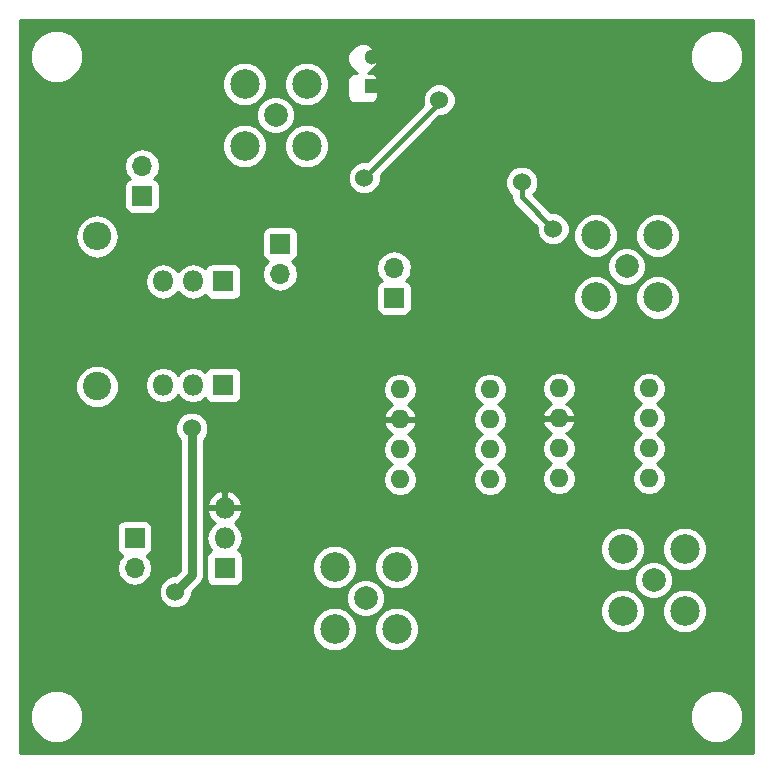
<source format=gbr>
G04 #@! TF.FileFunction,Copper,L2,Bot,Signal*
%FSLAX46Y46*%
G04 Gerber Fmt 4.6, Leading zero omitted, Abs format (unit mm)*
G04 Created by KiCad (PCBNEW 4.0.6) date Thursday, June 15, 2017 'PMt' 05:18:36 PM*
%MOMM*%
%LPD*%
G01*
G04 APERTURE LIST*
%ADD10C,0.100000*%
%ADD11R,1.300000X1.300000*%
%ADD12C,1.300000*%
%ADD13R,1.700000X1.700000*%
%ADD14O,1.700000X1.700000*%
%ADD15R,1.800000X1.800000*%
%ADD16O,1.800000X1.800000*%
%ADD17C,2.400000*%
%ADD18O,2.400000X2.400000*%
%ADD19O,1.600000X1.600000*%
%ADD20C,1.998980*%
%ADD21C,2.500000*%
%ADD22C,1.524000*%
%ADD23C,0.381000*%
%ADD24C,0.762000*%
%ADD25C,0.457200*%
%ADD26C,0.254000*%
G04 APERTURE END LIST*
D10*
D11*
X144780000Y-57150000D03*
D12*
X144780000Y-54650000D03*
D13*
X125349000Y-66421000D03*
D14*
X125349000Y-63881000D03*
D13*
X124714000Y-95377000D03*
D14*
X124714000Y-97917000D03*
D13*
X137033000Y-70485000D03*
D14*
X137033000Y-73025000D03*
D13*
X146685000Y-75057000D03*
D14*
X146685000Y-72517000D03*
D15*
X132207000Y-82423000D03*
D16*
X129667000Y-82423000D03*
X127127000Y-82423000D03*
D15*
X132207000Y-73660000D03*
D16*
X129667000Y-73660000D03*
X127127000Y-73660000D03*
D17*
X121539000Y-82550000D03*
D18*
X121539000Y-69850000D03*
D15*
X132334000Y-97917000D03*
D16*
X132334000Y-95377000D03*
X132334000Y-92837000D03*
D19*
X168260038Y-82721340D03*
X168260038Y-85261340D03*
X168260038Y-87801340D03*
X168260038Y-90341340D03*
X160640038Y-90341340D03*
X160640038Y-87801340D03*
X160640038Y-85261340D03*
X160640038Y-82721340D03*
X154813000Y-82804000D03*
X154813000Y-85344000D03*
X154813000Y-87884000D03*
X154813000Y-90424000D03*
X147193000Y-90424000D03*
X147193000Y-87884000D03*
X147193000Y-85344000D03*
X147193000Y-82804000D03*
D20*
X144272000Y-100457000D03*
D21*
X146897000Y-97832000D03*
X146897000Y-103082000D03*
X141647000Y-97832000D03*
X141647000Y-103082000D03*
D20*
X166370000Y-72390000D03*
D21*
X168995000Y-69765000D03*
X168995000Y-75015000D03*
X163745000Y-69765000D03*
X163745000Y-75015000D03*
D20*
X168656000Y-98933000D03*
D21*
X166031000Y-101558000D03*
X166031000Y-96308000D03*
X171281000Y-101558000D03*
X171281000Y-96308000D03*
D20*
X136652000Y-59563000D03*
D21*
X139277000Y-56938000D03*
X139277000Y-62188000D03*
X134027000Y-56938000D03*
X134027000Y-62188000D03*
D22*
X150495000Y-58293000D03*
X144145000Y-64897000D03*
X129540000Y-86106000D03*
X128143000Y-99949000D03*
X162243745Y-92265186D03*
X160020000Y-73787000D03*
X144018000Y-62738000D03*
X156337000Y-97790000D03*
X157861000Y-86487000D03*
X143764000Y-86487000D03*
X136779000Y-93345000D03*
X160147000Y-69215000D03*
X157480000Y-65278000D03*
D23*
X144145000Y-64897000D02*
X150495000Y-58547000D01*
X150495000Y-58547000D02*
X150495000Y-58293000D01*
D24*
X128143000Y-99949000D02*
X129540000Y-98552000D01*
X129540000Y-98552000D02*
X129540000Y-86106000D01*
D25*
X143637000Y-86487000D02*
X143764000Y-86487000D01*
X160147000Y-69215000D02*
X157480000Y-66548000D01*
X157480000Y-66548000D02*
X157480000Y-65278000D01*
D26*
G36*
X177090000Y-113590000D02*
X115010000Y-113590000D01*
X115010000Y-110932619D01*
X115874613Y-110932619D01*
X116214155Y-111754372D01*
X116842321Y-112383636D01*
X117663481Y-112724611D01*
X118552619Y-112725387D01*
X119374372Y-112385845D01*
X120003636Y-111757679D01*
X120344611Y-110936519D01*
X120344614Y-110932619D01*
X171754613Y-110932619D01*
X172094155Y-111754372D01*
X172722321Y-112383636D01*
X173543481Y-112724611D01*
X174432619Y-112725387D01*
X175254372Y-112385845D01*
X175883636Y-111757679D01*
X176224611Y-110936519D01*
X176225387Y-110047381D01*
X175885845Y-109225628D01*
X175257679Y-108596364D01*
X174436519Y-108255389D01*
X173547381Y-108254613D01*
X172725628Y-108594155D01*
X172096364Y-109222321D01*
X171755389Y-110043481D01*
X171754613Y-110932619D01*
X120344614Y-110932619D01*
X120345387Y-110047381D01*
X120005845Y-109225628D01*
X119377679Y-108596364D01*
X118556519Y-108255389D01*
X117667381Y-108254613D01*
X116845628Y-108594155D01*
X116216364Y-109222321D01*
X115875389Y-110043481D01*
X115874613Y-110932619D01*
X115010000Y-110932619D01*
X115010000Y-103455305D01*
X139761674Y-103455305D01*
X140048043Y-104148372D01*
X140577839Y-104679093D01*
X141270405Y-104966672D01*
X142020305Y-104967326D01*
X142713372Y-104680957D01*
X143244093Y-104151161D01*
X143531672Y-103458595D01*
X143531674Y-103455305D01*
X145011674Y-103455305D01*
X145298043Y-104148372D01*
X145827839Y-104679093D01*
X146520405Y-104966672D01*
X147270305Y-104967326D01*
X147963372Y-104680957D01*
X148494093Y-104151161D01*
X148781672Y-103458595D01*
X148782326Y-102708695D01*
X148495957Y-102015628D01*
X148411781Y-101931305D01*
X164145674Y-101931305D01*
X164432043Y-102624372D01*
X164961839Y-103155093D01*
X165654405Y-103442672D01*
X166404305Y-103443326D01*
X167097372Y-103156957D01*
X167628093Y-102627161D01*
X167915672Y-101934595D01*
X167915674Y-101931305D01*
X169395674Y-101931305D01*
X169682043Y-102624372D01*
X170211839Y-103155093D01*
X170904405Y-103442672D01*
X171654305Y-103443326D01*
X172347372Y-103156957D01*
X172878093Y-102627161D01*
X173165672Y-101934595D01*
X173166326Y-101184695D01*
X172879957Y-100491628D01*
X172350161Y-99960907D01*
X171657595Y-99673328D01*
X170907695Y-99672674D01*
X170214628Y-99959043D01*
X169683907Y-100488839D01*
X169396328Y-101181405D01*
X169395674Y-101931305D01*
X167915674Y-101931305D01*
X167916326Y-101184695D01*
X167629957Y-100491628D01*
X167100161Y-99960907D01*
X166407595Y-99673328D01*
X165657695Y-99672674D01*
X164964628Y-99959043D01*
X164433907Y-100488839D01*
X164146328Y-101181405D01*
X164145674Y-101931305D01*
X148411781Y-101931305D01*
X147966161Y-101484907D01*
X147273595Y-101197328D01*
X146523695Y-101196674D01*
X145830628Y-101483043D01*
X145299907Y-102012839D01*
X145012328Y-102705405D01*
X145011674Y-103455305D01*
X143531674Y-103455305D01*
X143532326Y-102708695D01*
X143245957Y-102015628D01*
X142716161Y-101484907D01*
X142023595Y-101197328D01*
X141273695Y-101196674D01*
X140580628Y-101483043D01*
X140049907Y-102012839D01*
X139762328Y-102705405D01*
X139761674Y-103455305D01*
X115010000Y-103455305D01*
X115010000Y-100225661D01*
X126745758Y-100225661D01*
X126957990Y-100739303D01*
X127350630Y-101132629D01*
X127863900Y-101345757D01*
X128419661Y-101346242D01*
X128933303Y-101134010D01*
X129287236Y-100780694D01*
X142637226Y-100780694D01*
X142885538Y-101381655D01*
X143344927Y-101841846D01*
X143945453Y-102091206D01*
X144595694Y-102091774D01*
X145196655Y-101843462D01*
X145656846Y-101384073D01*
X145906206Y-100783547D01*
X145906774Y-100133306D01*
X145658462Y-99532345D01*
X145199073Y-99072154D01*
X144598547Y-98822794D01*
X143948306Y-98822226D01*
X143347345Y-99070538D01*
X142887154Y-99529927D01*
X142637794Y-100130453D01*
X142637226Y-100780694D01*
X129287236Y-100780694D01*
X129326629Y-100741370D01*
X129539757Y-100228100D01*
X129539966Y-99988875D01*
X130258420Y-99270421D01*
X130405581Y-99050179D01*
X130478662Y-98940806D01*
X130556000Y-98552000D01*
X130556000Y-97017000D01*
X130786560Y-97017000D01*
X130786560Y-98817000D01*
X130830838Y-99052317D01*
X130969910Y-99268441D01*
X131182110Y-99413431D01*
X131434000Y-99464440D01*
X133234000Y-99464440D01*
X133469317Y-99420162D01*
X133685441Y-99281090D01*
X133830431Y-99068890D01*
X133881440Y-98817000D01*
X133881440Y-98205305D01*
X139761674Y-98205305D01*
X140048043Y-98898372D01*
X140577839Y-99429093D01*
X141270405Y-99716672D01*
X142020305Y-99717326D01*
X142713372Y-99430957D01*
X143244093Y-98901161D01*
X143531672Y-98208595D01*
X143531674Y-98205305D01*
X145011674Y-98205305D01*
X145298043Y-98898372D01*
X145827839Y-99429093D01*
X146520405Y-99716672D01*
X147270305Y-99717326D01*
X147963372Y-99430957D01*
X148137939Y-99256694D01*
X167021226Y-99256694D01*
X167269538Y-99857655D01*
X167728927Y-100317846D01*
X168329453Y-100567206D01*
X168979694Y-100567774D01*
X169580655Y-100319462D01*
X170040846Y-99860073D01*
X170290206Y-99259547D01*
X170290774Y-98609306D01*
X170042462Y-98008345D01*
X169583073Y-97548154D01*
X168982547Y-97298794D01*
X168332306Y-97298226D01*
X167731345Y-97546538D01*
X167271154Y-98005927D01*
X167021794Y-98606453D01*
X167021226Y-99256694D01*
X148137939Y-99256694D01*
X148494093Y-98901161D01*
X148781672Y-98208595D01*
X148782326Y-97458695D01*
X148495957Y-96765628D01*
X148411781Y-96681305D01*
X164145674Y-96681305D01*
X164432043Y-97374372D01*
X164961839Y-97905093D01*
X165654405Y-98192672D01*
X166404305Y-98193326D01*
X167097372Y-97906957D01*
X167628093Y-97377161D01*
X167915672Y-96684595D01*
X167915674Y-96681305D01*
X169395674Y-96681305D01*
X169682043Y-97374372D01*
X170211839Y-97905093D01*
X170904405Y-98192672D01*
X171654305Y-98193326D01*
X172347372Y-97906957D01*
X172878093Y-97377161D01*
X173165672Y-96684595D01*
X173166326Y-95934695D01*
X172879957Y-95241628D01*
X172350161Y-94710907D01*
X171657595Y-94423328D01*
X170907695Y-94422674D01*
X170214628Y-94709043D01*
X169683907Y-95238839D01*
X169396328Y-95931405D01*
X169395674Y-96681305D01*
X167915674Y-96681305D01*
X167916326Y-95934695D01*
X167629957Y-95241628D01*
X167100161Y-94710907D01*
X166407595Y-94423328D01*
X165657695Y-94422674D01*
X164964628Y-94709043D01*
X164433907Y-95238839D01*
X164146328Y-95931405D01*
X164145674Y-96681305D01*
X148411781Y-96681305D01*
X147966161Y-96234907D01*
X147273595Y-95947328D01*
X146523695Y-95946674D01*
X145830628Y-96233043D01*
X145299907Y-96762839D01*
X145012328Y-97455405D01*
X145011674Y-98205305D01*
X143531674Y-98205305D01*
X143532326Y-97458695D01*
X143245957Y-96765628D01*
X142716161Y-96234907D01*
X142023595Y-95947328D01*
X141273695Y-95946674D01*
X140580628Y-96233043D01*
X140049907Y-96762839D01*
X139762328Y-97455405D01*
X139761674Y-98205305D01*
X133881440Y-98205305D01*
X133881440Y-97017000D01*
X133837162Y-96781683D01*
X133698090Y-96565559D01*
X133485890Y-96420569D01*
X133469656Y-96417281D01*
X133752155Y-95994491D01*
X133869000Y-95407072D01*
X133869000Y-95346928D01*
X133752155Y-94759509D01*
X133419409Y-94261519D01*
X133181418Y-94102499D01*
X133571966Y-93744576D01*
X133825046Y-93201742D01*
X133704997Y-92964000D01*
X132461000Y-92964000D01*
X132461000Y-92984000D01*
X132207000Y-92984000D01*
X132207000Y-92964000D01*
X130963003Y-92964000D01*
X130842954Y-93201742D01*
X131096034Y-93744576D01*
X131486582Y-94102499D01*
X131248591Y-94261519D01*
X130915845Y-94759509D01*
X130799000Y-95346928D01*
X130799000Y-95407072D01*
X130915845Y-95994491D01*
X131196837Y-96415026D01*
X130982559Y-96552910D01*
X130837569Y-96765110D01*
X130786560Y-97017000D01*
X130556000Y-97017000D01*
X130556000Y-92472258D01*
X130842954Y-92472258D01*
X130963003Y-92710000D01*
X132207000Y-92710000D01*
X132207000Y-91466622D01*
X132461000Y-91466622D01*
X132461000Y-92710000D01*
X133704997Y-92710000D01*
X133825046Y-92472258D01*
X133571966Y-91929424D01*
X133130417Y-91524760D01*
X132698740Y-91345964D01*
X132461000Y-91466622D01*
X132207000Y-91466622D01*
X131969260Y-91345964D01*
X131537583Y-91524760D01*
X131096034Y-91929424D01*
X130842954Y-92472258D01*
X130556000Y-92472258D01*
X130556000Y-87884000D01*
X145729887Y-87884000D01*
X145839120Y-88433151D01*
X146150189Y-88898698D01*
X146532275Y-89154000D01*
X146150189Y-89409302D01*
X145839120Y-89874849D01*
X145729887Y-90424000D01*
X145839120Y-90973151D01*
X146150189Y-91438698D01*
X146615736Y-91749767D01*
X147164887Y-91859000D01*
X147221113Y-91859000D01*
X147770264Y-91749767D01*
X148235811Y-91438698D01*
X148546880Y-90973151D01*
X148656113Y-90424000D01*
X148546880Y-89874849D01*
X148235811Y-89409302D01*
X147853725Y-89154000D01*
X148235811Y-88898698D01*
X148546880Y-88433151D01*
X148656113Y-87884000D01*
X148546880Y-87334849D01*
X148235811Y-86869302D01*
X147831297Y-86599014D01*
X148048134Y-86496389D01*
X148424041Y-86081423D01*
X148584904Y-85693039D01*
X148462915Y-85471000D01*
X147320000Y-85471000D01*
X147320000Y-85491000D01*
X147066000Y-85491000D01*
X147066000Y-85471000D01*
X145923085Y-85471000D01*
X145801096Y-85693039D01*
X145961959Y-86081423D01*
X146337866Y-86496389D01*
X146554703Y-86599014D01*
X146150189Y-86869302D01*
X145839120Y-87334849D01*
X145729887Y-87884000D01*
X130556000Y-87884000D01*
X130556000Y-87065707D01*
X130723629Y-86898370D01*
X130936757Y-86385100D01*
X130937242Y-85829339D01*
X130725010Y-85315697D01*
X130332370Y-84922371D01*
X129819100Y-84709243D01*
X129263339Y-84708758D01*
X128749697Y-84920990D01*
X128356371Y-85313630D01*
X128143243Y-85826900D01*
X128142758Y-86382661D01*
X128354990Y-86896303D01*
X128524000Y-87065608D01*
X128524000Y-98131159D01*
X128103195Y-98551965D01*
X127866339Y-98551758D01*
X127352697Y-98763990D01*
X126959371Y-99156630D01*
X126746243Y-99669900D01*
X126745758Y-100225661D01*
X115010000Y-100225661D01*
X115010000Y-97917000D01*
X123199907Y-97917000D01*
X123312946Y-98485285D01*
X123634853Y-98967054D01*
X124116622Y-99288961D01*
X124684907Y-99402000D01*
X124743093Y-99402000D01*
X125311378Y-99288961D01*
X125793147Y-98967054D01*
X126115054Y-98485285D01*
X126228093Y-97917000D01*
X126115054Y-97348715D01*
X125793147Y-96866946D01*
X125751548Y-96839150D01*
X125799317Y-96830162D01*
X126015441Y-96691090D01*
X126160431Y-96478890D01*
X126211440Y-96227000D01*
X126211440Y-94527000D01*
X126167162Y-94291683D01*
X126028090Y-94075559D01*
X125815890Y-93930569D01*
X125564000Y-93879560D01*
X123864000Y-93879560D01*
X123628683Y-93923838D01*
X123412559Y-94062910D01*
X123267569Y-94275110D01*
X123216560Y-94527000D01*
X123216560Y-96227000D01*
X123260838Y-96462317D01*
X123399910Y-96678441D01*
X123612110Y-96823431D01*
X123679541Y-96837086D01*
X123634853Y-96866946D01*
X123312946Y-97348715D01*
X123199907Y-97917000D01*
X115010000Y-97917000D01*
X115010000Y-82913403D01*
X119703682Y-82913403D01*
X119982455Y-83588086D01*
X120498199Y-84104730D01*
X121172395Y-84384681D01*
X121902403Y-84385318D01*
X122577086Y-84106545D01*
X123093730Y-83590801D01*
X123373681Y-82916605D01*
X123374111Y-82423000D01*
X125561928Y-82423000D01*
X125678773Y-83010419D01*
X126011519Y-83508409D01*
X126509509Y-83841155D01*
X127096928Y-83958000D01*
X127157072Y-83958000D01*
X127744491Y-83841155D01*
X128242481Y-83508409D01*
X128397000Y-83277155D01*
X128551519Y-83508409D01*
X129049509Y-83841155D01*
X129636928Y-83958000D01*
X129697072Y-83958000D01*
X130284491Y-83841155D01*
X130705026Y-83560163D01*
X130842910Y-83774441D01*
X131055110Y-83919431D01*
X131307000Y-83970440D01*
X133107000Y-83970440D01*
X133342317Y-83926162D01*
X133558441Y-83787090D01*
X133703431Y-83574890D01*
X133754440Y-83323000D01*
X133754440Y-82804000D01*
X145729887Y-82804000D01*
X145839120Y-83353151D01*
X146150189Y-83818698D01*
X146554703Y-84088986D01*
X146337866Y-84191611D01*
X145961959Y-84606577D01*
X145801096Y-84994961D01*
X145923085Y-85217000D01*
X147066000Y-85217000D01*
X147066000Y-85197000D01*
X147320000Y-85197000D01*
X147320000Y-85217000D01*
X148462915Y-85217000D01*
X148584904Y-84994961D01*
X148424041Y-84606577D01*
X148048134Y-84191611D01*
X147831297Y-84088986D01*
X148235811Y-83818698D01*
X148546880Y-83353151D01*
X148656113Y-82804000D01*
X153349887Y-82804000D01*
X153459120Y-83353151D01*
X153770189Y-83818698D01*
X154152275Y-84074000D01*
X153770189Y-84329302D01*
X153459120Y-84794849D01*
X153349887Y-85344000D01*
X153459120Y-85893151D01*
X153770189Y-86358698D01*
X154152275Y-86614000D01*
X153770189Y-86869302D01*
X153459120Y-87334849D01*
X153349887Y-87884000D01*
X153459120Y-88433151D01*
X153770189Y-88898698D01*
X154152275Y-89154000D01*
X153770189Y-89409302D01*
X153459120Y-89874849D01*
X153349887Y-90424000D01*
X153459120Y-90973151D01*
X153770189Y-91438698D01*
X154235736Y-91749767D01*
X154784887Y-91859000D01*
X154841113Y-91859000D01*
X155390264Y-91749767D01*
X155855811Y-91438698D01*
X156166880Y-90973151D01*
X156276113Y-90424000D01*
X156166880Y-89874849D01*
X155855811Y-89409302D01*
X155473725Y-89154000D01*
X155855811Y-88898698D01*
X156166880Y-88433151D01*
X156276113Y-87884000D01*
X156259671Y-87801340D01*
X159176925Y-87801340D01*
X159286158Y-88350491D01*
X159597227Y-88816038D01*
X159979313Y-89071340D01*
X159597227Y-89326642D01*
X159286158Y-89792189D01*
X159176925Y-90341340D01*
X159286158Y-90890491D01*
X159597227Y-91356038D01*
X160062774Y-91667107D01*
X160611925Y-91776340D01*
X160668151Y-91776340D01*
X161217302Y-91667107D01*
X161682849Y-91356038D01*
X161993918Y-90890491D01*
X162103151Y-90341340D01*
X161993918Y-89792189D01*
X161682849Y-89326642D01*
X161300763Y-89071340D01*
X161682849Y-88816038D01*
X161993918Y-88350491D01*
X162103151Y-87801340D01*
X161993918Y-87252189D01*
X161682849Y-86786642D01*
X161278335Y-86516354D01*
X161495172Y-86413729D01*
X161871079Y-85998763D01*
X162031942Y-85610379D01*
X161909953Y-85388340D01*
X160767038Y-85388340D01*
X160767038Y-85408340D01*
X160513038Y-85408340D01*
X160513038Y-85388340D01*
X159370123Y-85388340D01*
X159248134Y-85610379D01*
X159408997Y-85998763D01*
X159784904Y-86413729D01*
X160001741Y-86516354D01*
X159597227Y-86786642D01*
X159286158Y-87252189D01*
X159176925Y-87801340D01*
X156259671Y-87801340D01*
X156166880Y-87334849D01*
X155855811Y-86869302D01*
X155473725Y-86614000D01*
X155855811Y-86358698D01*
X156166880Y-85893151D01*
X156276113Y-85344000D01*
X156166880Y-84794849D01*
X155855811Y-84329302D01*
X155473725Y-84074000D01*
X155855811Y-83818698D01*
X156166880Y-83353151D01*
X156276113Y-82804000D01*
X156259671Y-82721340D01*
X159176925Y-82721340D01*
X159286158Y-83270491D01*
X159597227Y-83736038D01*
X160001741Y-84006326D01*
X159784904Y-84108951D01*
X159408997Y-84523917D01*
X159248134Y-84912301D01*
X159370123Y-85134340D01*
X160513038Y-85134340D01*
X160513038Y-85114340D01*
X160767038Y-85114340D01*
X160767038Y-85134340D01*
X161909953Y-85134340D01*
X162031942Y-84912301D01*
X161871079Y-84523917D01*
X161495172Y-84108951D01*
X161278335Y-84006326D01*
X161682849Y-83736038D01*
X161993918Y-83270491D01*
X162103151Y-82721340D01*
X166796925Y-82721340D01*
X166906158Y-83270491D01*
X167217227Y-83736038D01*
X167599313Y-83991340D01*
X167217227Y-84246642D01*
X166906158Y-84712189D01*
X166796925Y-85261340D01*
X166906158Y-85810491D01*
X167217227Y-86276038D01*
X167599313Y-86531340D01*
X167217227Y-86786642D01*
X166906158Y-87252189D01*
X166796925Y-87801340D01*
X166906158Y-88350491D01*
X167217227Y-88816038D01*
X167599313Y-89071340D01*
X167217227Y-89326642D01*
X166906158Y-89792189D01*
X166796925Y-90341340D01*
X166906158Y-90890491D01*
X167217227Y-91356038D01*
X167682774Y-91667107D01*
X168231925Y-91776340D01*
X168288151Y-91776340D01*
X168837302Y-91667107D01*
X169302849Y-91356038D01*
X169613918Y-90890491D01*
X169723151Y-90341340D01*
X169613918Y-89792189D01*
X169302849Y-89326642D01*
X168920763Y-89071340D01*
X169302849Y-88816038D01*
X169613918Y-88350491D01*
X169723151Y-87801340D01*
X169613918Y-87252189D01*
X169302849Y-86786642D01*
X168920763Y-86531340D01*
X169302849Y-86276038D01*
X169613918Y-85810491D01*
X169723151Y-85261340D01*
X169613918Y-84712189D01*
X169302849Y-84246642D01*
X168920763Y-83991340D01*
X169302849Y-83736038D01*
X169613918Y-83270491D01*
X169723151Y-82721340D01*
X169613918Y-82172189D01*
X169302849Y-81706642D01*
X168837302Y-81395573D01*
X168288151Y-81286340D01*
X168231925Y-81286340D01*
X167682774Y-81395573D01*
X167217227Y-81706642D01*
X166906158Y-82172189D01*
X166796925Y-82721340D01*
X162103151Y-82721340D01*
X161993918Y-82172189D01*
X161682849Y-81706642D01*
X161217302Y-81395573D01*
X160668151Y-81286340D01*
X160611925Y-81286340D01*
X160062774Y-81395573D01*
X159597227Y-81706642D01*
X159286158Y-82172189D01*
X159176925Y-82721340D01*
X156259671Y-82721340D01*
X156166880Y-82254849D01*
X155855811Y-81789302D01*
X155390264Y-81478233D01*
X154841113Y-81369000D01*
X154784887Y-81369000D01*
X154235736Y-81478233D01*
X153770189Y-81789302D01*
X153459120Y-82254849D01*
X153349887Y-82804000D01*
X148656113Y-82804000D01*
X148546880Y-82254849D01*
X148235811Y-81789302D01*
X147770264Y-81478233D01*
X147221113Y-81369000D01*
X147164887Y-81369000D01*
X146615736Y-81478233D01*
X146150189Y-81789302D01*
X145839120Y-82254849D01*
X145729887Y-82804000D01*
X133754440Y-82804000D01*
X133754440Y-81523000D01*
X133710162Y-81287683D01*
X133571090Y-81071559D01*
X133358890Y-80926569D01*
X133107000Y-80875560D01*
X131307000Y-80875560D01*
X131071683Y-80919838D01*
X130855559Y-81058910D01*
X130710569Y-81271110D01*
X130707281Y-81287344D01*
X130284491Y-81004845D01*
X129697072Y-80888000D01*
X129636928Y-80888000D01*
X129049509Y-81004845D01*
X128551519Y-81337591D01*
X128397000Y-81568845D01*
X128242481Y-81337591D01*
X127744491Y-81004845D01*
X127157072Y-80888000D01*
X127096928Y-80888000D01*
X126509509Y-81004845D01*
X126011519Y-81337591D01*
X125678773Y-81835581D01*
X125561928Y-82423000D01*
X123374111Y-82423000D01*
X123374318Y-82186597D01*
X123095545Y-81511914D01*
X122579801Y-80995270D01*
X121905605Y-80715319D01*
X121175597Y-80714682D01*
X120500914Y-80993455D01*
X119984270Y-81509199D01*
X119704319Y-82183395D01*
X119703682Y-82913403D01*
X115010000Y-82913403D01*
X115010000Y-73660000D01*
X125561928Y-73660000D01*
X125678773Y-74247419D01*
X126011519Y-74745409D01*
X126509509Y-75078155D01*
X127096928Y-75195000D01*
X127157072Y-75195000D01*
X127744491Y-75078155D01*
X128242481Y-74745409D01*
X128397000Y-74514155D01*
X128551519Y-74745409D01*
X129049509Y-75078155D01*
X129636928Y-75195000D01*
X129697072Y-75195000D01*
X130284491Y-75078155D01*
X130705026Y-74797163D01*
X130842910Y-75011441D01*
X131055110Y-75156431D01*
X131307000Y-75207440D01*
X133107000Y-75207440D01*
X133342317Y-75163162D01*
X133558441Y-75024090D01*
X133703431Y-74811890D01*
X133754440Y-74560000D01*
X133754440Y-73025000D01*
X135518907Y-73025000D01*
X135631946Y-73593285D01*
X135953853Y-74075054D01*
X136435622Y-74396961D01*
X137003907Y-74510000D01*
X137062093Y-74510000D01*
X137630378Y-74396961D01*
X138112147Y-74075054D01*
X138434054Y-73593285D01*
X138547093Y-73025000D01*
X138446046Y-72517000D01*
X145170907Y-72517000D01*
X145283946Y-73085285D01*
X145605853Y-73567054D01*
X145647452Y-73594850D01*
X145599683Y-73603838D01*
X145383559Y-73742910D01*
X145238569Y-73955110D01*
X145187560Y-74207000D01*
X145187560Y-75907000D01*
X145231838Y-76142317D01*
X145370910Y-76358441D01*
X145583110Y-76503431D01*
X145835000Y-76554440D01*
X147535000Y-76554440D01*
X147770317Y-76510162D01*
X147986441Y-76371090D01*
X148131431Y-76158890D01*
X148182440Y-75907000D01*
X148182440Y-75388305D01*
X161859674Y-75388305D01*
X162146043Y-76081372D01*
X162675839Y-76612093D01*
X163368405Y-76899672D01*
X164118305Y-76900326D01*
X164811372Y-76613957D01*
X165342093Y-76084161D01*
X165629672Y-75391595D01*
X165629674Y-75388305D01*
X167109674Y-75388305D01*
X167396043Y-76081372D01*
X167925839Y-76612093D01*
X168618405Y-76899672D01*
X169368305Y-76900326D01*
X170061372Y-76613957D01*
X170592093Y-76084161D01*
X170879672Y-75391595D01*
X170880326Y-74641695D01*
X170593957Y-73948628D01*
X170064161Y-73417907D01*
X169371595Y-73130328D01*
X168621695Y-73129674D01*
X167928628Y-73416043D01*
X167397907Y-73945839D01*
X167110328Y-74638405D01*
X167109674Y-75388305D01*
X165629674Y-75388305D01*
X165630326Y-74641695D01*
X165343957Y-73948628D01*
X164814161Y-73417907D01*
X164121595Y-73130328D01*
X163371695Y-73129674D01*
X162678628Y-73416043D01*
X162147907Y-73945839D01*
X161860328Y-74638405D01*
X161859674Y-75388305D01*
X148182440Y-75388305D01*
X148182440Y-74207000D01*
X148138162Y-73971683D01*
X147999090Y-73755559D01*
X147786890Y-73610569D01*
X147719459Y-73596914D01*
X147764147Y-73567054D01*
X148086054Y-73085285D01*
X148159968Y-72713694D01*
X164735226Y-72713694D01*
X164983538Y-73314655D01*
X165442927Y-73774846D01*
X166043453Y-74024206D01*
X166693694Y-74024774D01*
X167294655Y-73776462D01*
X167754846Y-73317073D01*
X168004206Y-72716547D01*
X168004774Y-72066306D01*
X167756462Y-71465345D01*
X167297073Y-71005154D01*
X166696547Y-70755794D01*
X166046306Y-70755226D01*
X165445345Y-71003538D01*
X164985154Y-71462927D01*
X164735794Y-72063453D01*
X164735226Y-72713694D01*
X148159968Y-72713694D01*
X148199093Y-72517000D01*
X148086054Y-71948715D01*
X147764147Y-71466946D01*
X147282378Y-71145039D01*
X146714093Y-71032000D01*
X146655907Y-71032000D01*
X146087622Y-71145039D01*
X145605853Y-71466946D01*
X145283946Y-71948715D01*
X145170907Y-72517000D01*
X138446046Y-72517000D01*
X138434054Y-72456715D01*
X138112147Y-71974946D01*
X138070548Y-71947150D01*
X138118317Y-71938162D01*
X138334441Y-71799090D01*
X138479431Y-71586890D01*
X138530440Y-71335000D01*
X138530440Y-69635000D01*
X138486162Y-69399683D01*
X138347090Y-69183559D01*
X138134890Y-69038569D01*
X137883000Y-68987560D01*
X136183000Y-68987560D01*
X135947683Y-69031838D01*
X135731559Y-69170910D01*
X135586569Y-69383110D01*
X135535560Y-69635000D01*
X135535560Y-71335000D01*
X135579838Y-71570317D01*
X135718910Y-71786441D01*
X135931110Y-71931431D01*
X135998541Y-71945086D01*
X135953853Y-71974946D01*
X135631946Y-72456715D01*
X135518907Y-73025000D01*
X133754440Y-73025000D01*
X133754440Y-72760000D01*
X133710162Y-72524683D01*
X133571090Y-72308559D01*
X133358890Y-72163569D01*
X133107000Y-72112560D01*
X131307000Y-72112560D01*
X131071683Y-72156838D01*
X130855559Y-72295910D01*
X130710569Y-72508110D01*
X130707281Y-72524344D01*
X130284491Y-72241845D01*
X129697072Y-72125000D01*
X129636928Y-72125000D01*
X129049509Y-72241845D01*
X128551519Y-72574591D01*
X128397000Y-72805845D01*
X128242481Y-72574591D01*
X127744491Y-72241845D01*
X127157072Y-72125000D01*
X127096928Y-72125000D01*
X126509509Y-72241845D01*
X126011519Y-72574591D01*
X125678773Y-73072581D01*
X125561928Y-73660000D01*
X115010000Y-73660000D01*
X115010000Y-69814050D01*
X119704000Y-69814050D01*
X119704000Y-69885950D01*
X119843681Y-70588174D01*
X120241459Y-71183491D01*
X120836776Y-71581269D01*
X121539000Y-71720950D01*
X122241224Y-71581269D01*
X122836541Y-71183491D01*
X123234319Y-70588174D01*
X123374000Y-69885950D01*
X123374000Y-69814050D01*
X123234319Y-69111826D01*
X122836541Y-68516509D01*
X122241224Y-68118731D01*
X121539000Y-67979050D01*
X120836776Y-68118731D01*
X120241459Y-68516509D01*
X119843681Y-69111826D01*
X119704000Y-69814050D01*
X115010000Y-69814050D01*
X115010000Y-63881000D01*
X123834907Y-63881000D01*
X123947946Y-64449285D01*
X124269853Y-64931054D01*
X124311452Y-64958850D01*
X124263683Y-64967838D01*
X124047559Y-65106910D01*
X123902569Y-65319110D01*
X123851560Y-65571000D01*
X123851560Y-67271000D01*
X123895838Y-67506317D01*
X124034910Y-67722441D01*
X124247110Y-67867431D01*
X124499000Y-67918440D01*
X126199000Y-67918440D01*
X126434317Y-67874162D01*
X126650441Y-67735090D01*
X126795431Y-67522890D01*
X126846440Y-67271000D01*
X126846440Y-65571000D01*
X126802162Y-65335683D01*
X126697904Y-65173661D01*
X142747758Y-65173661D01*
X142959990Y-65687303D01*
X143352630Y-66080629D01*
X143865900Y-66293757D01*
X144421661Y-66294242D01*
X144935303Y-66082010D01*
X145328629Y-65689370D01*
X145384564Y-65554661D01*
X156082758Y-65554661D01*
X156294990Y-66068303D01*
X156616400Y-66390275D01*
X156616400Y-66548000D01*
X156682138Y-66878485D01*
X156869343Y-67158657D01*
X158750153Y-69039467D01*
X158749758Y-69491661D01*
X158961990Y-70005303D01*
X159354630Y-70398629D01*
X159867900Y-70611757D01*
X160423661Y-70612242D01*
X160937303Y-70400010D01*
X161199465Y-70138305D01*
X161859674Y-70138305D01*
X162146043Y-70831372D01*
X162675839Y-71362093D01*
X163368405Y-71649672D01*
X164118305Y-71650326D01*
X164811372Y-71363957D01*
X165342093Y-70834161D01*
X165629672Y-70141595D01*
X165629674Y-70138305D01*
X167109674Y-70138305D01*
X167396043Y-70831372D01*
X167925839Y-71362093D01*
X168618405Y-71649672D01*
X169368305Y-71650326D01*
X170061372Y-71363957D01*
X170592093Y-70834161D01*
X170879672Y-70141595D01*
X170880326Y-69391695D01*
X170593957Y-68698628D01*
X170064161Y-68167907D01*
X169371595Y-67880328D01*
X168621695Y-67879674D01*
X167928628Y-68166043D01*
X167397907Y-68695839D01*
X167110328Y-69388405D01*
X167109674Y-70138305D01*
X165629674Y-70138305D01*
X165630326Y-69391695D01*
X165343957Y-68698628D01*
X164814161Y-68167907D01*
X164121595Y-67880328D01*
X163371695Y-67879674D01*
X162678628Y-68166043D01*
X162147907Y-68695839D01*
X161860328Y-69388405D01*
X161859674Y-70138305D01*
X161199465Y-70138305D01*
X161330629Y-70007370D01*
X161543757Y-69494100D01*
X161544242Y-68938339D01*
X161332010Y-68424697D01*
X160939370Y-68031371D01*
X160426100Y-67818243D01*
X159971161Y-67817846D01*
X158443465Y-66290150D01*
X158663629Y-66070370D01*
X158876757Y-65557100D01*
X158877242Y-65001339D01*
X158665010Y-64487697D01*
X158272370Y-64094371D01*
X157759100Y-63881243D01*
X157203339Y-63880758D01*
X156689697Y-64092990D01*
X156296371Y-64485630D01*
X156083243Y-64998900D01*
X156082758Y-65554661D01*
X145384564Y-65554661D01*
X145541757Y-65176100D01*
X145542201Y-64667233D01*
X150519412Y-59690022D01*
X150771661Y-59690242D01*
X151285303Y-59478010D01*
X151678629Y-59085370D01*
X151891757Y-58572100D01*
X151892242Y-58016339D01*
X151680010Y-57502697D01*
X151287370Y-57109371D01*
X150774100Y-56896243D01*
X150218339Y-56895758D01*
X149704697Y-57107990D01*
X149311371Y-57500630D01*
X149098243Y-58013900D01*
X149097758Y-58569661D01*
X149158324Y-58716242D01*
X144374366Y-63500200D01*
X143868339Y-63499758D01*
X143354697Y-63711990D01*
X142961371Y-64104630D01*
X142748243Y-64617900D01*
X142747758Y-65173661D01*
X126697904Y-65173661D01*
X126663090Y-65119559D01*
X126450890Y-64974569D01*
X126383459Y-64960914D01*
X126428147Y-64931054D01*
X126750054Y-64449285D01*
X126863093Y-63881000D01*
X126750054Y-63312715D01*
X126428147Y-62830946D01*
X126024600Y-62561305D01*
X132141674Y-62561305D01*
X132428043Y-63254372D01*
X132957839Y-63785093D01*
X133650405Y-64072672D01*
X134400305Y-64073326D01*
X135093372Y-63786957D01*
X135624093Y-63257161D01*
X135911672Y-62564595D01*
X135911674Y-62561305D01*
X137391674Y-62561305D01*
X137678043Y-63254372D01*
X138207839Y-63785093D01*
X138900405Y-64072672D01*
X139650305Y-64073326D01*
X140343372Y-63786957D01*
X140874093Y-63257161D01*
X141161672Y-62564595D01*
X141162326Y-61814695D01*
X140875957Y-61121628D01*
X140346161Y-60590907D01*
X139653595Y-60303328D01*
X138903695Y-60302674D01*
X138210628Y-60589043D01*
X137679907Y-61118839D01*
X137392328Y-61811405D01*
X137391674Y-62561305D01*
X135911674Y-62561305D01*
X135912326Y-61814695D01*
X135625957Y-61121628D01*
X135096161Y-60590907D01*
X134403595Y-60303328D01*
X133653695Y-60302674D01*
X132960628Y-60589043D01*
X132429907Y-61118839D01*
X132142328Y-61811405D01*
X132141674Y-62561305D01*
X126024600Y-62561305D01*
X125946378Y-62509039D01*
X125378093Y-62396000D01*
X125319907Y-62396000D01*
X124751622Y-62509039D01*
X124269853Y-62830946D01*
X123947946Y-63312715D01*
X123834907Y-63881000D01*
X115010000Y-63881000D01*
X115010000Y-59886694D01*
X135017226Y-59886694D01*
X135265538Y-60487655D01*
X135724927Y-60947846D01*
X136325453Y-61197206D01*
X136975694Y-61197774D01*
X137576655Y-60949462D01*
X138036846Y-60490073D01*
X138286206Y-59889547D01*
X138286774Y-59239306D01*
X138038462Y-58638345D01*
X137579073Y-58178154D01*
X136978547Y-57928794D01*
X136328306Y-57928226D01*
X135727345Y-58176538D01*
X135267154Y-58635927D01*
X135017794Y-59236453D01*
X135017226Y-59886694D01*
X115010000Y-59886694D01*
X115010000Y-57311305D01*
X132141674Y-57311305D01*
X132428043Y-58004372D01*
X132957839Y-58535093D01*
X133650405Y-58822672D01*
X134400305Y-58823326D01*
X135093372Y-58536957D01*
X135624093Y-58007161D01*
X135911672Y-57314595D01*
X135911674Y-57311305D01*
X137391674Y-57311305D01*
X137678043Y-58004372D01*
X138207839Y-58535093D01*
X138900405Y-58822672D01*
X139650305Y-58823326D01*
X140343372Y-58536957D01*
X140874093Y-58007161D01*
X141161672Y-57314595D01*
X141162271Y-56627000D01*
X142720560Y-56627000D01*
X142720560Y-57927000D01*
X142764838Y-58162317D01*
X142903910Y-58378441D01*
X143116110Y-58523431D01*
X143368000Y-58574440D01*
X144668000Y-58574440D01*
X144903317Y-58530162D01*
X145119441Y-58391090D01*
X145264431Y-58178890D01*
X145315440Y-57927000D01*
X145315440Y-56627000D01*
X145271162Y-56391683D01*
X145132090Y-56175559D01*
X144919890Y-56030569D01*
X144668000Y-55979560D01*
X144472540Y-55979560D01*
X144744943Y-55867005D01*
X145106735Y-55505845D01*
X145294931Y-55052619D01*
X171754613Y-55052619D01*
X172094155Y-55874372D01*
X172722321Y-56503636D01*
X173543481Y-56844611D01*
X174432619Y-56845387D01*
X175254372Y-56505845D01*
X175883636Y-55877679D01*
X176224611Y-55056519D01*
X176225387Y-54167381D01*
X175885845Y-53345628D01*
X175257679Y-52716364D01*
X174436519Y-52375389D01*
X173547381Y-52374613D01*
X172725628Y-52714155D01*
X172096364Y-53342321D01*
X171755389Y-54163481D01*
X171754613Y-55052619D01*
X145294931Y-55052619D01*
X145302777Y-55033724D01*
X145303223Y-54522519D01*
X145108005Y-54050057D01*
X144746845Y-53688265D01*
X144274724Y-53492223D01*
X143763519Y-53491777D01*
X143291057Y-53686995D01*
X142929265Y-54048155D01*
X142733223Y-54520276D01*
X142732777Y-55031481D01*
X142927995Y-55503943D01*
X143289155Y-55865735D01*
X143563276Y-55979560D01*
X143368000Y-55979560D01*
X143132683Y-56023838D01*
X142916559Y-56162910D01*
X142771569Y-56375110D01*
X142720560Y-56627000D01*
X141162271Y-56627000D01*
X141162326Y-56564695D01*
X140875957Y-55871628D01*
X140346161Y-55340907D01*
X139653595Y-55053328D01*
X138903695Y-55052674D01*
X138210628Y-55339043D01*
X137679907Y-55868839D01*
X137392328Y-56561405D01*
X137391674Y-57311305D01*
X135911674Y-57311305D01*
X135912326Y-56564695D01*
X135625957Y-55871628D01*
X135096161Y-55340907D01*
X134403595Y-55053328D01*
X133653695Y-55052674D01*
X132960628Y-55339043D01*
X132429907Y-55868839D01*
X132142328Y-56561405D01*
X132141674Y-57311305D01*
X115010000Y-57311305D01*
X115010000Y-55052619D01*
X115874613Y-55052619D01*
X116214155Y-55874372D01*
X116842321Y-56503636D01*
X117663481Y-56844611D01*
X118552619Y-56845387D01*
X119374372Y-56505845D01*
X120003636Y-55877679D01*
X120344611Y-55056519D01*
X120345387Y-54167381D01*
X120005845Y-53345628D01*
X119377679Y-52716364D01*
X118556519Y-52375389D01*
X117667381Y-52374613D01*
X116845628Y-52714155D01*
X116216364Y-53342321D01*
X115875389Y-54163481D01*
X115874613Y-55052619D01*
X115010000Y-55052619D01*
X115010000Y-51510000D01*
X177090000Y-51510000D01*
X177090000Y-113590000D01*
X177090000Y-113590000D01*
G37*
X177090000Y-113590000D02*
X115010000Y-113590000D01*
X115010000Y-110932619D01*
X115874613Y-110932619D01*
X116214155Y-111754372D01*
X116842321Y-112383636D01*
X117663481Y-112724611D01*
X118552619Y-112725387D01*
X119374372Y-112385845D01*
X120003636Y-111757679D01*
X120344611Y-110936519D01*
X120344614Y-110932619D01*
X171754613Y-110932619D01*
X172094155Y-111754372D01*
X172722321Y-112383636D01*
X173543481Y-112724611D01*
X174432619Y-112725387D01*
X175254372Y-112385845D01*
X175883636Y-111757679D01*
X176224611Y-110936519D01*
X176225387Y-110047381D01*
X175885845Y-109225628D01*
X175257679Y-108596364D01*
X174436519Y-108255389D01*
X173547381Y-108254613D01*
X172725628Y-108594155D01*
X172096364Y-109222321D01*
X171755389Y-110043481D01*
X171754613Y-110932619D01*
X120344614Y-110932619D01*
X120345387Y-110047381D01*
X120005845Y-109225628D01*
X119377679Y-108596364D01*
X118556519Y-108255389D01*
X117667381Y-108254613D01*
X116845628Y-108594155D01*
X116216364Y-109222321D01*
X115875389Y-110043481D01*
X115874613Y-110932619D01*
X115010000Y-110932619D01*
X115010000Y-103455305D01*
X139761674Y-103455305D01*
X140048043Y-104148372D01*
X140577839Y-104679093D01*
X141270405Y-104966672D01*
X142020305Y-104967326D01*
X142713372Y-104680957D01*
X143244093Y-104151161D01*
X143531672Y-103458595D01*
X143531674Y-103455305D01*
X145011674Y-103455305D01*
X145298043Y-104148372D01*
X145827839Y-104679093D01*
X146520405Y-104966672D01*
X147270305Y-104967326D01*
X147963372Y-104680957D01*
X148494093Y-104151161D01*
X148781672Y-103458595D01*
X148782326Y-102708695D01*
X148495957Y-102015628D01*
X148411781Y-101931305D01*
X164145674Y-101931305D01*
X164432043Y-102624372D01*
X164961839Y-103155093D01*
X165654405Y-103442672D01*
X166404305Y-103443326D01*
X167097372Y-103156957D01*
X167628093Y-102627161D01*
X167915672Y-101934595D01*
X167915674Y-101931305D01*
X169395674Y-101931305D01*
X169682043Y-102624372D01*
X170211839Y-103155093D01*
X170904405Y-103442672D01*
X171654305Y-103443326D01*
X172347372Y-103156957D01*
X172878093Y-102627161D01*
X173165672Y-101934595D01*
X173166326Y-101184695D01*
X172879957Y-100491628D01*
X172350161Y-99960907D01*
X171657595Y-99673328D01*
X170907695Y-99672674D01*
X170214628Y-99959043D01*
X169683907Y-100488839D01*
X169396328Y-101181405D01*
X169395674Y-101931305D01*
X167915674Y-101931305D01*
X167916326Y-101184695D01*
X167629957Y-100491628D01*
X167100161Y-99960907D01*
X166407595Y-99673328D01*
X165657695Y-99672674D01*
X164964628Y-99959043D01*
X164433907Y-100488839D01*
X164146328Y-101181405D01*
X164145674Y-101931305D01*
X148411781Y-101931305D01*
X147966161Y-101484907D01*
X147273595Y-101197328D01*
X146523695Y-101196674D01*
X145830628Y-101483043D01*
X145299907Y-102012839D01*
X145012328Y-102705405D01*
X145011674Y-103455305D01*
X143531674Y-103455305D01*
X143532326Y-102708695D01*
X143245957Y-102015628D01*
X142716161Y-101484907D01*
X142023595Y-101197328D01*
X141273695Y-101196674D01*
X140580628Y-101483043D01*
X140049907Y-102012839D01*
X139762328Y-102705405D01*
X139761674Y-103455305D01*
X115010000Y-103455305D01*
X115010000Y-100225661D01*
X126745758Y-100225661D01*
X126957990Y-100739303D01*
X127350630Y-101132629D01*
X127863900Y-101345757D01*
X128419661Y-101346242D01*
X128933303Y-101134010D01*
X129287236Y-100780694D01*
X142637226Y-100780694D01*
X142885538Y-101381655D01*
X143344927Y-101841846D01*
X143945453Y-102091206D01*
X144595694Y-102091774D01*
X145196655Y-101843462D01*
X145656846Y-101384073D01*
X145906206Y-100783547D01*
X145906774Y-100133306D01*
X145658462Y-99532345D01*
X145199073Y-99072154D01*
X144598547Y-98822794D01*
X143948306Y-98822226D01*
X143347345Y-99070538D01*
X142887154Y-99529927D01*
X142637794Y-100130453D01*
X142637226Y-100780694D01*
X129287236Y-100780694D01*
X129326629Y-100741370D01*
X129539757Y-100228100D01*
X129539966Y-99988875D01*
X130258420Y-99270421D01*
X130405581Y-99050179D01*
X130478662Y-98940806D01*
X130556000Y-98552000D01*
X130556000Y-97017000D01*
X130786560Y-97017000D01*
X130786560Y-98817000D01*
X130830838Y-99052317D01*
X130969910Y-99268441D01*
X131182110Y-99413431D01*
X131434000Y-99464440D01*
X133234000Y-99464440D01*
X133469317Y-99420162D01*
X133685441Y-99281090D01*
X133830431Y-99068890D01*
X133881440Y-98817000D01*
X133881440Y-98205305D01*
X139761674Y-98205305D01*
X140048043Y-98898372D01*
X140577839Y-99429093D01*
X141270405Y-99716672D01*
X142020305Y-99717326D01*
X142713372Y-99430957D01*
X143244093Y-98901161D01*
X143531672Y-98208595D01*
X143531674Y-98205305D01*
X145011674Y-98205305D01*
X145298043Y-98898372D01*
X145827839Y-99429093D01*
X146520405Y-99716672D01*
X147270305Y-99717326D01*
X147963372Y-99430957D01*
X148137939Y-99256694D01*
X167021226Y-99256694D01*
X167269538Y-99857655D01*
X167728927Y-100317846D01*
X168329453Y-100567206D01*
X168979694Y-100567774D01*
X169580655Y-100319462D01*
X170040846Y-99860073D01*
X170290206Y-99259547D01*
X170290774Y-98609306D01*
X170042462Y-98008345D01*
X169583073Y-97548154D01*
X168982547Y-97298794D01*
X168332306Y-97298226D01*
X167731345Y-97546538D01*
X167271154Y-98005927D01*
X167021794Y-98606453D01*
X167021226Y-99256694D01*
X148137939Y-99256694D01*
X148494093Y-98901161D01*
X148781672Y-98208595D01*
X148782326Y-97458695D01*
X148495957Y-96765628D01*
X148411781Y-96681305D01*
X164145674Y-96681305D01*
X164432043Y-97374372D01*
X164961839Y-97905093D01*
X165654405Y-98192672D01*
X166404305Y-98193326D01*
X167097372Y-97906957D01*
X167628093Y-97377161D01*
X167915672Y-96684595D01*
X167915674Y-96681305D01*
X169395674Y-96681305D01*
X169682043Y-97374372D01*
X170211839Y-97905093D01*
X170904405Y-98192672D01*
X171654305Y-98193326D01*
X172347372Y-97906957D01*
X172878093Y-97377161D01*
X173165672Y-96684595D01*
X173166326Y-95934695D01*
X172879957Y-95241628D01*
X172350161Y-94710907D01*
X171657595Y-94423328D01*
X170907695Y-94422674D01*
X170214628Y-94709043D01*
X169683907Y-95238839D01*
X169396328Y-95931405D01*
X169395674Y-96681305D01*
X167915674Y-96681305D01*
X167916326Y-95934695D01*
X167629957Y-95241628D01*
X167100161Y-94710907D01*
X166407595Y-94423328D01*
X165657695Y-94422674D01*
X164964628Y-94709043D01*
X164433907Y-95238839D01*
X164146328Y-95931405D01*
X164145674Y-96681305D01*
X148411781Y-96681305D01*
X147966161Y-96234907D01*
X147273595Y-95947328D01*
X146523695Y-95946674D01*
X145830628Y-96233043D01*
X145299907Y-96762839D01*
X145012328Y-97455405D01*
X145011674Y-98205305D01*
X143531674Y-98205305D01*
X143532326Y-97458695D01*
X143245957Y-96765628D01*
X142716161Y-96234907D01*
X142023595Y-95947328D01*
X141273695Y-95946674D01*
X140580628Y-96233043D01*
X140049907Y-96762839D01*
X139762328Y-97455405D01*
X139761674Y-98205305D01*
X133881440Y-98205305D01*
X133881440Y-97017000D01*
X133837162Y-96781683D01*
X133698090Y-96565559D01*
X133485890Y-96420569D01*
X133469656Y-96417281D01*
X133752155Y-95994491D01*
X133869000Y-95407072D01*
X133869000Y-95346928D01*
X133752155Y-94759509D01*
X133419409Y-94261519D01*
X133181418Y-94102499D01*
X133571966Y-93744576D01*
X133825046Y-93201742D01*
X133704997Y-92964000D01*
X132461000Y-92964000D01*
X132461000Y-92984000D01*
X132207000Y-92984000D01*
X132207000Y-92964000D01*
X130963003Y-92964000D01*
X130842954Y-93201742D01*
X131096034Y-93744576D01*
X131486582Y-94102499D01*
X131248591Y-94261519D01*
X130915845Y-94759509D01*
X130799000Y-95346928D01*
X130799000Y-95407072D01*
X130915845Y-95994491D01*
X131196837Y-96415026D01*
X130982559Y-96552910D01*
X130837569Y-96765110D01*
X130786560Y-97017000D01*
X130556000Y-97017000D01*
X130556000Y-92472258D01*
X130842954Y-92472258D01*
X130963003Y-92710000D01*
X132207000Y-92710000D01*
X132207000Y-91466622D01*
X132461000Y-91466622D01*
X132461000Y-92710000D01*
X133704997Y-92710000D01*
X133825046Y-92472258D01*
X133571966Y-91929424D01*
X133130417Y-91524760D01*
X132698740Y-91345964D01*
X132461000Y-91466622D01*
X132207000Y-91466622D01*
X131969260Y-91345964D01*
X131537583Y-91524760D01*
X131096034Y-91929424D01*
X130842954Y-92472258D01*
X130556000Y-92472258D01*
X130556000Y-87884000D01*
X145729887Y-87884000D01*
X145839120Y-88433151D01*
X146150189Y-88898698D01*
X146532275Y-89154000D01*
X146150189Y-89409302D01*
X145839120Y-89874849D01*
X145729887Y-90424000D01*
X145839120Y-90973151D01*
X146150189Y-91438698D01*
X146615736Y-91749767D01*
X147164887Y-91859000D01*
X147221113Y-91859000D01*
X147770264Y-91749767D01*
X148235811Y-91438698D01*
X148546880Y-90973151D01*
X148656113Y-90424000D01*
X148546880Y-89874849D01*
X148235811Y-89409302D01*
X147853725Y-89154000D01*
X148235811Y-88898698D01*
X148546880Y-88433151D01*
X148656113Y-87884000D01*
X148546880Y-87334849D01*
X148235811Y-86869302D01*
X147831297Y-86599014D01*
X148048134Y-86496389D01*
X148424041Y-86081423D01*
X148584904Y-85693039D01*
X148462915Y-85471000D01*
X147320000Y-85471000D01*
X147320000Y-85491000D01*
X147066000Y-85491000D01*
X147066000Y-85471000D01*
X145923085Y-85471000D01*
X145801096Y-85693039D01*
X145961959Y-86081423D01*
X146337866Y-86496389D01*
X146554703Y-86599014D01*
X146150189Y-86869302D01*
X145839120Y-87334849D01*
X145729887Y-87884000D01*
X130556000Y-87884000D01*
X130556000Y-87065707D01*
X130723629Y-86898370D01*
X130936757Y-86385100D01*
X130937242Y-85829339D01*
X130725010Y-85315697D01*
X130332370Y-84922371D01*
X129819100Y-84709243D01*
X129263339Y-84708758D01*
X128749697Y-84920990D01*
X128356371Y-85313630D01*
X128143243Y-85826900D01*
X128142758Y-86382661D01*
X128354990Y-86896303D01*
X128524000Y-87065608D01*
X128524000Y-98131159D01*
X128103195Y-98551965D01*
X127866339Y-98551758D01*
X127352697Y-98763990D01*
X126959371Y-99156630D01*
X126746243Y-99669900D01*
X126745758Y-100225661D01*
X115010000Y-100225661D01*
X115010000Y-97917000D01*
X123199907Y-97917000D01*
X123312946Y-98485285D01*
X123634853Y-98967054D01*
X124116622Y-99288961D01*
X124684907Y-99402000D01*
X124743093Y-99402000D01*
X125311378Y-99288961D01*
X125793147Y-98967054D01*
X126115054Y-98485285D01*
X126228093Y-97917000D01*
X126115054Y-97348715D01*
X125793147Y-96866946D01*
X125751548Y-96839150D01*
X125799317Y-96830162D01*
X126015441Y-96691090D01*
X126160431Y-96478890D01*
X126211440Y-96227000D01*
X126211440Y-94527000D01*
X126167162Y-94291683D01*
X126028090Y-94075559D01*
X125815890Y-93930569D01*
X125564000Y-93879560D01*
X123864000Y-93879560D01*
X123628683Y-93923838D01*
X123412559Y-94062910D01*
X123267569Y-94275110D01*
X123216560Y-94527000D01*
X123216560Y-96227000D01*
X123260838Y-96462317D01*
X123399910Y-96678441D01*
X123612110Y-96823431D01*
X123679541Y-96837086D01*
X123634853Y-96866946D01*
X123312946Y-97348715D01*
X123199907Y-97917000D01*
X115010000Y-97917000D01*
X115010000Y-82913403D01*
X119703682Y-82913403D01*
X119982455Y-83588086D01*
X120498199Y-84104730D01*
X121172395Y-84384681D01*
X121902403Y-84385318D01*
X122577086Y-84106545D01*
X123093730Y-83590801D01*
X123373681Y-82916605D01*
X123374111Y-82423000D01*
X125561928Y-82423000D01*
X125678773Y-83010419D01*
X126011519Y-83508409D01*
X126509509Y-83841155D01*
X127096928Y-83958000D01*
X127157072Y-83958000D01*
X127744491Y-83841155D01*
X128242481Y-83508409D01*
X128397000Y-83277155D01*
X128551519Y-83508409D01*
X129049509Y-83841155D01*
X129636928Y-83958000D01*
X129697072Y-83958000D01*
X130284491Y-83841155D01*
X130705026Y-83560163D01*
X130842910Y-83774441D01*
X131055110Y-83919431D01*
X131307000Y-83970440D01*
X133107000Y-83970440D01*
X133342317Y-83926162D01*
X133558441Y-83787090D01*
X133703431Y-83574890D01*
X133754440Y-83323000D01*
X133754440Y-82804000D01*
X145729887Y-82804000D01*
X145839120Y-83353151D01*
X146150189Y-83818698D01*
X146554703Y-84088986D01*
X146337866Y-84191611D01*
X145961959Y-84606577D01*
X145801096Y-84994961D01*
X145923085Y-85217000D01*
X147066000Y-85217000D01*
X147066000Y-85197000D01*
X147320000Y-85197000D01*
X147320000Y-85217000D01*
X148462915Y-85217000D01*
X148584904Y-84994961D01*
X148424041Y-84606577D01*
X148048134Y-84191611D01*
X147831297Y-84088986D01*
X148235811Y-83818698D01*
X148546880Y-83353151D01*
X148656113Y-82804000D01*
X153349887Y-82804000D01*
X153459120Y-83353151D01*
X153770189Y-83818698D01*
X154152275Y-84074000D01*
X153770189Y-84329302D01*
X153459120Y-84794849D01*
X153349887Y-85344000D01*
X153459120Y-85893151D01*
X153770189Y-86358698D01*
X154152275Y-86614000D01*
X153770189Y-86869302D01*
X153459120Y-87334849D01*
X153349887Y-87884000D01*
X153459120Y-88433151D01*
X153770189Y-88898698D01*
X154152275Y-89154000D01*
X153770189Y-89409302D01*
X153459120Y-89874849D01*
X153349887Y-90424000D01*
X153459120Y-90973151D01*
X153770189Y-91438698D01*
X154235736Y-91749767D01*
X154784887Y-91859000D01*
X154841113Y-91859000D01*
X155390264Y-91749767D01*
X155855811Y-91438698D01*
X156166880Y-90973151D01*
X156276113Y-90424000D01*
X156166880Y-89874849D01*
X155855811Y-89409302D01*
X155473725Y-89154000D01*
X155855811Y-88898698D01*
X156166880Y-88433151D01*
X156276113Y-87884000D01*
X156259671Y-87801340D01*
X159176925Y-87801340D01*
X159286158Y-88350491D01*
X159597227Y-88816038D01*
X159979313Y-89071340D01*
X159597227Y-89326642D01*
X159286158Y-89792189D01*
X159176925Y-90341340D01*
X159286158Y-90890491D01*
X159597227Y-91356038D01*
X160062774Y-91667107D01*
X160611925Y-91776340D01*
X160668151Y-91776340D01*
X161217302Y-91667107D01*
X161682849Y-91356038D01*
X161993918Y-90890491D01*
X162103151Y-90341340D01*
X161993918Y-89792189D01*
X161682849Y-89326642D01*
X161300763Y-89071340D01*
X161682849Y-88816038D01*
X161993918Y-88350491D01*
X162103151Y-87801340D01*
X161993918Y-87252189D01*
X161682849Y-86786642D01*
X161278335Y-86516354D01*
X161495172Y-86413729D01*
X161871079Y-85998763D01*
X162031942Y-85610379D01*
X161909953Y-85388340D01*
X160767038Y-85388340D01*
X160767038Y-85408340D01*
X160513038Y-85408340D01*
X160513038Y-85388340D01*
X159370123Y-85388340D01*
X159248134Y-85610379D01*
X159408997Y-85998763D01*
X159784904Y-86413729D01*
X160001741Y-86516354D01*
X159597227Y-86786642D01*
X159286158Y-87252189D01*
X159176925Y-87801340D01*
X156259671Y-87801340D01*
X156166880Y-87334849D01*
X155855811Y-86869302D01*
X155473725Y-86614000D01*
X155855811Y-86358698D01*
X156166880Y-85893151D01*
X156276113Y-85344000D01*
X156166880Y-84794849D01*
X155855811Y-84329302D01*
X155473725Y-84074000D01*
X155855811Y-83818698D01*
X156166880Y-83353151D01*
X156276113Y-82804000D01*
X156259671Y-82721340D01*
X159176925Y-82721340D01*
X159286158Y-83270491D01*
X159597227Y-83736038D01*
X160001741Y-84006326D01*
X159784904Y-84108951D01*
X159408997Y-84523917D01*
X159248134Y-84912301D01*
X159370123Y-85134340D01*
X160513038Y-85134340D01*
X160513038Y-85114340D01*
X160767038Y-85114340D01*
X160767038Y-85134340D01*
X161909953Y-85134340D01*
X162031942Y-84912301D01*
X161871079Y-84523917D01*
X161495172Y-84108951D01*
X161278335Y-84006326D01*
X161682849Y-83736038D01*
X161993918Y-83270491D01*
X162103151Y-82721340D01*
X166796925Y-82721340D01*
X166906158Y-83270491D01*
X167217227Y-83736038D01*
X167599313Y-83991340D01*
X167217227Y-84246642D01*
X166906158Y-84712189D01*
X166796925Y-85261340D01*
X166906158Y-85810491D01*
X167217227Y-86276038D01*
X167599313Y-86531340D01*
X167217227Y-86786642D01*
X166906158Y-87252189D01*
X166796925Y-87801340D01*
X166906158Y-88350491D01*
X167217227Y-88816038D01*
X167599313Y-89071340D01*
X167217227Y-89326642D01*
X166906158Y-89792189D01*
X166796925Y-90341340D01*
X166906158Y-90890491D01*
X167217227Y-91356038D01*
X167682774Y-91667107D01*
X168231925Y-91776340D01*
X168288151Y-91776340D01*
X168837302Y-91667107D01*
X169302849Y-91356038D01*
X169613918Y-90890491D01*
X169723151Y-90341340D01*
X169613918Y-89792189D01*
X169302849Y-89326642D01*
X168920763Y-89071340D01*
X169302849Y-88816038D01*
X169613918Y-88350491D01*
X169723151Y-87801340D01*
X169613918Y-87252189D01*
X169302849Y-86786642D01*
X168920763Y-86531340D01*
X169302849Y-86276038D01*
X169613918Y-85810491D01*
X169723151Y-85261340D01*
X169613918Y-84712189D01*
X169302849Y-84246642D01*
X168920763Y-83991340D01*
X169302849Y-83736038D01*
X169613918Y-83270491D01*
X169723151Y-82721340D01*
X169613918Y-82172189D01*
X169302849Y-81706642D01*
X168837302Y-81395573D01*
X168288151Y-81286340D01*
X168231925Y-81286340D01*
X167682774Y-81395573D01*
X167217227Y-81706642D01*
X166906158Y-82172189D01*
X166796925Y-82721340D01*
X162103151Y-82721340D01*
X161993918Y-82172189D01*
X161682849Y-81706642D01*
X161217302Y-81395573D01*
X160668151Y-81286340D01*
X160611925Y-81286340D01*
X160062774Y-81395573D01*
X159597227Y-81706642D01*
X159286158Y-82172189D01*
X159176925Y-82721340D01*
X156259671Y-82721340D01*
X156166880Y-82254849D01*
X155855811Y-81789302D01*
X155390264Y-81478233D01*
X154841113Y-81369000D01*
X154784887Y-81369000D01*
X154235736Y-81478233D01*
X153770189Y-81789302D01*
X153459120Y-82254849D01*
X153349887Y-82804000D01*
X148656113Y-82804000D01*
X148546880Y-82254849D01*
X148235811Y-81789302D01*
X147770264Y-81478233D01*
X147221113Y-81369000D01*
X147164887Y-81369000D01*
X146615736Y-81478233D01*
X146150189Y-81789302D01*
X145839120Y-82254849D01*
X145729887Y-82804000D01*
X133754440Y-82804000D01*
X133754440Y-81523000D01*
X133710162Y-81287683D01*
X133571090Y-81071559D01*
X133358890Y-80926569D01*
X133107000Y-80875560D01*
X131307000Y-80875560D01*
X131071683Y-80919838D01*
X130855559Y-81058910D01*
X130710569Y-81271110D01*
X130707281Y-81287344D01*
X130284491Y-81004845D01*
X129697072Y-80888000D01*
X129636928Y-80888000D01*
X129049509Y-81004845D01*
X128551519Y-81337591D01*
X128397000Y-81568845D01*
X128242481Y-81337591D01*
X127744491Y-81004845D01*
X127157072Y-80888000D01*
X127096928Y-80888000D01*
X126509509Y-81004845D01*
X126011519Y-81337591D01*
X125678773Y-81835581D01*
X125561928Y-82423000D01*
X123374111Y-82423000D01*
X123374318Y-82186597D01*
X123095545Y-81511914D01*
X122579801Y-80995270D01*
X121905605Y-80715319D01*
X121175597Y-80714682D01*
X120500914Y-80993455D01*
X119984270Y-81509199D01*
X119704319Y-82183395D01*
X119703682Y-82913403D01*
X115010000Y-82913403D01*
X115010000Y-73660000D01*
X125561928Y-73660000D01*
X125678773Y-74247419D01*
X126011519Y-74745409D01*
X126509509Y-75078155D01*
X127096928Y-75195000D01*
X127157072Y-75195000D01*
X127744491Y-75078155D01*
X128242481Y-74745409D01*
X128397000Y-74514155D01*
X128551519Y-74745409D01*
X129049509Y-75078155D01*
X129636928Y-75195000D01*
X129697072Y-75195000D01*
X130284491Y-75078155D01*
X130705026Y-74797163D01*
X130842910Y-75011441D01*
X131055110Y-75156431D01*
X131307000Y-75207440D01*
X133107000Y-75207440D01*
X133342317Y-75163162D01*
X133558441Y-75024090D01*
X133703431Y-74811890D01*
X133754440Y-74560000D01*
X133754440Y-73025000D01*
X135518907Y-73025000D01*
X135631946Y-73593285D01*
X135953853Y-74075054D01*
X136435622Y-74396961D01*
X137003907Y-74510000D01*
X137062093Y-74510000D01*
X137630378Y-74396961D01*
X138112147Y-74075054D01*
X138434054Y-73593285D01*
X138547093Y-73025000D01*
X138446046Y-72517000D01*
X145170907Y-72517000D01*
X145283946Y-73085285D01*
X145605853Y-73567054D01*
X145647452Y-73594850D01*
X145599683Y-73603838D01*
X145383559Y-73742910D01*
X145238569Y-73955110D01*
X145187560Y-74207000D01*
X145187560Y-75907000D01*
X145231838Y-76142317D01*
X145370910Y-76358441D01*
X145583110Y-76503431D01*
X145835000Y-76554440D01*
X147535000Y-76554440D01*
X147770317Y-76510162D01*
X147986441Y-76371090D01*
X148131431Y-76158890D01*
X148182440Y-75907000D01*
X148182440Y-75388305D01*
X161859674Y-75388305D01*
X162146043Y-76081372D01*
X162675839Y-76612093D01*
X163368405Y-76899672D01*
X164118305Y-76900326D01*
X164811372Y-76613957D01*
X165342093Y-76084161D01*
X165629672Y-75391595D01*
X165629674Y-75388305D01*
X167109674Y-75388305D01*
X167396043Y-76081372D01*
X167925839Y-76612093D01*
X168618405Y-76899672D01*
X169368305Y-76900326D01*
X170061372Y-76613957D01*
X170592093Y-76084161D01*
X170879672Y-75391595D01*
X170880326Y-74641695D01*
X170593957Y-73948628D01*
X170064161Y-73417907D01*
X169371595Y-73130328D01*
X168621695Y-73129674D01*
X167928628Y-73416043D01*
X167397907Y-73945839D01*
X167110328Y-74638405D01*
X167109674Y-75388305D01*
X165629674Y-75388305D01*
X165630326Y-74641695D01*
X165343957Y-73948628D01*
X164814161Y-73417907D01*
X164121595Y-73130328D01*
X163371695Y-73129674D01*
X162678628Y-73416043D01*
X162147907Y-73945839D01*
X161860328Y-74638405D01*
X161859674Y-75388305D01*
X148182440Y-75388305D01*
X148182440Y-74207000D01*
X148138162Y-73971683D01*
X147999090Y-73755559D01*
X147786890Y-73610569D01*
X147719459Y-73596914D01*
X147764147Y-73567054D01*
X148086054Y-73085285D01*
X148159968Y-72713694D01*
X164735226Y-72713694D01*
X164983538Y-73314655D01*
X165442927Y-73774846D01*
X166043453Y-74024206D01*
X166693694Y-74024774D01*
X167294655Y-73776462D01*
X167754846Y-73317073D01*
X168004206Y-72716547D01*
X168004774Y-72066306D01*
X167756462Y-71465345D01*
X167297073Y-71005154D01*
X166696547Y-70755794D01*
X166046306Y-70755226D01*
X165445345Y-71003538D01*
X164985154Y-71462927D01*
X164735794Y-72063453D01*
X164735226Y-72713694D01*
X148159968Y-72713694D01*
X148199093Y-72517000D01*
X148086054Y-71948715D01*
X147764147Y-71466946D01*
X147282378Y-71145039D01*
X146714093Y-71032000D01*
X146655907Y-71032000D01*
X146087622Y-71145039D01*
X145605853Y-71466946D01*
X145283946Y-71948715D01*
X145170907Y-72517000D01*
X138446046Y-72517000D01*
X138434054Y-72456715D01*
X138112147Y-71974946D01*
X138070548Y-71947150D01*
X138118317Y-71938162D01*
X138334441Y-71799090D01*
X138479431Y-71586890D01*
X138530440Y-71335000D01*
X138530440Y-69635000D01*
X138486162Y-69399683D01*
X138347090Y-69183559D01*
X138134890Y-69038569D01*
X137883000Y-68987560D01*
X136183000Y-68987560D01*
X135947683Y-69031838D01*
X135731559Y-69170910D01*
X135586569Y-69383110D01*
X135535560Y-69635000D01*
X135535560Y-71335000D01*
X135579838Y-71570317D01*
X135718910Y-71786441D01*
X135931110Y-71931431D01*
X135998541Y-71945086D01*
X135953853Y-71974946D01*
X135631946Y-72456715D01*
X135518907Y-73025000D01*
X133754440Y-73025000D01*
X133754440Y-72760000D01*
X133710162Y-72524683D01*
X133571090Y-72308559D01*
X133358890Y-72163569D01*
X133107000Y-72112560D01*
X131307000Y-72112560D01*
X131071683Y-72156838D01*
X130855559Y-72295910D01*
X130710569Y-72508110D01*
X130707281Y-72524344D01*
X130284491Y-72241845D01*
X129697072Y-72125000D01*
X129636928Y-72125000D01*
X129049509Y-72241845D01*
X128551519Y-72574591D01*
X128397000Y-72805845D01*
X128242481Y-72574591D01*
X127744491Y-72241845D01*
X127157072Y-72125000D01*
X127096928Y-72125000D01*
X126509509Y-72241845D01*
X126011519Y-72574591D01*
X125678773Y-73072581D01*
X125561928Y-73660000D01*
X115010000Y-73660000D01*
X115010000Y-69814050D01*
X119704000Y-69814050D01*
X119704000Y-69885950D01*
X119843681Y-70588174D01*
X120241459Y-71183491D01*
X120836776Y-71581269D01*
X121539000Y-71720950D01*
X122241224Y-71581269D01*
X122836541Y-71183491D01*
X123234319Y-70588174D01*
X123374000Y-69885950D01*
X123374000Y-69814050D01*
X123234319Y-69111826D01*
X122836541Y-68516509D01*
X122241224Y-68118731D01*
X121539000Y-67979050D01*
X120836776Y-68118731D01*
X120241459Y-68516509D01*
X119843681Y-69111826D01*
X119704000Y-69814050D01*
X115010000Y-69814050D01*
X115010000Y-63881000D01*
X123834907Y-63881000D01*
X123947946Y-64449285D01*
X124269853Y-64931054D01*
X124311452Y-64958850D01*
X124263683Y-64967838D01*
X124047559Y-65106910D01*
X123902569Y-65319110D01*
X123851560Y-65571000D01*
X123851560Y-67271000D01*
X123895838Y-67506317D01*
X124034910Y-67722441D01*
X124247110Y-67867431D01*
X124499000Y-67918440D01*
X126199000Y-67918440D01*
X126434317Y-67874162D01*
X126650441Y-67735090D01*
X126795431Y-67522890D01*
X126846440Y-67271000D01*
X126846440Y-65571000D01*
X126802162Y-65335683D01*
X126697904Y-65173661D01*
X142747758Y-65173661D01*
X142959990Y-65687303D01*
X143352630Y-66080629D01*
X143865900Y-66293757D01*
X144421661Y-66294242D01*
X144935303Y-66082010D01*
X145328629Y-65689370D01*
X145384564Y-65554661D01*
X156082758Y-65554661D01*
X156294990Y-66068303D01*
X156616400Y-66390275D01*
X156616400Y-66548000D01*
X156682138Y-66878485D01*
X156869343Y-67158657D01*
X158750153Y-69039467D01*
X158749758Y-69491661D01*
X158961990Y-70005303D01*
X159354630Y-70398629D01*
X159867900Y-70611757D01*
X160423661Y-70612242D01*
X160937303Y-70400010D01*
X161199465Y-70138305D01*
X161859674Y-70138305D01*
X162146043Y-70831372D01*
X162675839Y-71362093D01*
X163368405Y-71649672D01*
X164118305Y-71650326D01*
X164811372Y-71363957D01*
X165342093Y-70834161D01*
X165629672Y-70141595D01*
X165629674Y-70138305D01*
X167109674Y-70138305D01*
X167396043Y-70831372D01*
X167925839Y-71362093D01*
X168618405Y-71649672D01*
X169368305Y-71650326D01*
X170061372Y-71363957D01*
X170592093Y-70834161D01*
X170879672Y-70141595D01*
X170880326Y-69391695D01*
X170593957Y-68698628D01*
X170064161Y-68167907D01*
X169371595Y-67880328D01*
X168621695Y-67879674D01*
X167928628Y-68166043D01*
X167397907Y-68695839D01*
X167110328Y-69388405D01*
X167109674Y-70138305D01*
X165629674Y-70138305D01*
X165630326Y-69391695D01*
X165343957Y-68698628D01*
X164814161Y-68167907D01*
X164121595Y-67880328D01*
X163371695Y-67879674D01*
X162678628Y-68166043D01*
X162147907Y-68695839D01*
X161860328Y-69388405D01*
X161859674Y-70138305D01*
X161199465Y-70138305D01*
X161330629Y-70007370D01*
X161543757Y-69494100D01*
X161544242Y-68938339D01*
X161332010Y-68424697D01*
X160939370Y-68031371D01*
X160426100Y-67818243D01*
X159971161Y-67817846D01*
X158443465Y-66290150D01*
X158663629Y-66070370D01*
X158876757Y-65557100D01*
X158877242Y-65001339D01*
X158665010Y-64487697D01*
X158272370Y-64094371D01*
X157759100Y-63881243D01*
X157203339Y-63880758D01*
X156689697Y-64092990D01*
X156296371Y-64485630D01*
X156083243Y-64998900D01*
X156082758Y-65554661D01*
X145384564Y-65554661D01*
X145541757Y-65176100D01*
X145542201Y-64667233D01*
X150519412Y-59690022D01*
X150771661Y-59690242D01*
X151285303Y-59478010D01*
X151678629Y-59085370D01*
X151891757Y-58572100D01*
X151892242Y-58016339D01*
X151680010Y-57502697D01*
X151287370Y-57109371D01*
X150774100Y-56896243D01*
X150218339Y-56895758D01*
X149704697Y-57107990D01*
X149311371Y-57500630D01*
X149098243Y-58013900D01*
X149097758Y-58569661D01*
X149158324Y-58716242D01*
X144374366Y-63500200D01*
X143868339Y-63499758D01*
X143354697Y-63711990D01*
X142961371Y-64104630D01*
X142748243Y-64617900D01*
X142747758Y-65173661D01*
X126697904Y-65173661D01*
X126663090Y-65119559D01*
X126450890Y-64974569D01*
X126383459Y-64960914D01*
X126428147Y-64931054D01*
X126750054Y-64449285D01*
X126863093Y-63881000D01*
X126750054Y-63312715D01*
X126428147Y-62830946D01*
X126024600Y-62561305D01*
X132141674Y-62561305D01*
X132428043Y-63254372D01*
X132957839Y-63785093D01*
X133650405Y-64072672D01*
X134400305Y-64073326D01*
X135093372Y-63786957D01*
X135624093Y-63257161D01*
X135911672Y-62564595D01*
X135911674Y-62561305D01*
X137391674Y-62561305D01*
X137678043Y-63254372D01*
X138207839Y-63785093D01*
X138900405Y-64072672D01*
X139650305Y-64073326D01*
X140343372Y-63786957D01*
X140874093Y-63257161D01*
X141161672Y-62564595D01*
X141162326Y-61814695D01*
X140875957Y-61121628D01*
X140346161Y-60590907D01*
X139653595Y-60303328D01*
X138903695Y-60302674D01*
X138210628Y-60589043D01*
X137679907Y-61118839D01*
X137392328Y-61811405D01*
X137391674Y-62561305D01*
X135911674Y-62561305D01*
X135912326Y-61814695D01*
X135625957Y-61121628D01*
X135096161Y-60590907D01*
X134403595Y-60303328D01*
X133653695Y-60302674D01*
X132960628Y-60589043D01*
X132429907Y-61118839D01*
X132142328Y-61811405D01*
X132141674Y-62561305D01*
X126024600Y-62561305D01*
X125946378Y-62509039D01*
X125378093Y-62396000D01*
X125319907Y-62396000D01*
X124751622Y-62509039D01*
X124269853Y-62830946D01*
X123947946Y-63312715D01*
X123834907Y-63881000D01*
X115010000Y-63881000D01*
X115010000Y-59886694D01*
X135017226Y-59886694D01*
X135265538Y-60487655D01*
X135724927Y-60947846D01*
X136325453Y-61197206D01*
X136975694Y-61197774D01*
X137576655Y-60949462D01*
X138036846Y-60490073D01*
X138286206Y-59889547D01*
X138286774Y-59239306D01*
X138038462Y-58638345D01*
X137579073Y-58178154D01*
X136978547Y-57928794D01*
X136328306Y-57928226D01*
X135727345Y-58176538D01*
X135267154Y-58635927D01*
X135017794Y-59236453D01*
X135017226Y-59886694D01*
X115010000Y-59886694D01*
X115010000Y-57311305D01*
X132141674Y-57311305D01*
X132428043Y-58004372D01*
X132957839Y-58535093D01*
X133650405Y-58822672D01*
X134400305Y-58823326D01*
X135093372Y-58536957D01*
X135624093Y-58007161D01*
X135911672Y-57314595D01*
X135911674Y-57311305D01*
X137391674Y-57311305D01*
X137678043Y-58004372D01*
X138207839Y-58535093D01*
X138900405Y-58822672D01*
X139650305Y-58823326D01*
X140343372Y-58536957D01*
X140874093Y-58007161D01*
X141161672Y-57314595D01*
X141162271Y-56627000D01*
X142720560Y-56627000D01*
X142720560Y-57927000D01*
X142764838Y-58162317D01*
X142903910Y-58378441D01*
X143116110Y-58523431D01*
X143368000Y-58574440D01*
X144668000Y-58574440D01*
X144903317Y-58530162D01*
X145119441Y-58391090D01*
X145264431Y-58178890D01*
X145315440Y-57927000D01*
X145315440Y-56627000D01*
X145271162Y-56391683D01*
X145132090Y-56175559D01*
X144919890Y-56030569D01*
X144668000Y-55979560D01*
X144472540Y-55979560D01*
X144744943Y-55867005D01*
X145106735Y-55505845D01*
X145294931Y-55052619D01*
X171754613Y-55052619D01*
X172094155Y-55874372D01*
X172722321Y-56503636D01*
X173543481Y-56844611D01*
X174432619Y-56845387D01*
X175254372Y-56505845D01*
X175883636Y-55877679D01*
X176224611Y-55056519D01*
X176225387Y-54167381D01*
X175885845Y-53345628D01*
X175257679Y-52716364D01*
X174436519Y-52375389D01*
X173547381Y-52374613D01*
X172725628Y-52714155D01*
X172096364Y-53342321D01*
X171755389Y-54163481D01*
X171754613Y-55052619D01*
X145294931Y-55052619D01*
X145302777Y-55033724D01*
X145303223Y-54522519D01*
X145108005Y-54050057D01*
X144746845Y-53688265D01*
X144274724Y-53492223D01*
X143763519Y-53491777D01*
X143291057Y-53686995D01*
X142929265Y-54048155D01*
X142733223Y-54520276D01*
X142732777Y-55031481D01*
X142927995Y-55503943D01*
X143289155Y-55865735D01*
X143563276Y-55979560D01*
X143368000Y-55979560D01*
X143132683Y-56023838D01*
X142916559Y-56162910D01*
X142771569Y-56375110D01*
X142720560Y-56627000D01*
X141162271Y-56627000D01*
X141162326Y-56564695D01*
X140875957Y-55871628D01*
X140346161Y-55340907D01*
X139653595Y-55053328D01*
X138903695Y-55052674D01*
X138210628Y-55339043D01*
X137679907Y-55868839D01*
X137392328Y-56561405D01*
X137391674Y-57311305D01*
X135911674Y-57311305D01*
X135912326Y-56564695D01*
X135625957Y-55871628D01*
X135096161Y-55340907D01*
X134403595Y-55053328D01*
X133653695Y-55052674D01*
X132960628Y-55339043D01*
X132429907Y-55868839D01*
X132142328Y-56561405D01*
X132141674Y-57311305D01*
X115010000Y-57311305D01*
X115010000Y-55052619D01*
X115874613Y-55052619D01*
X116214155Y-55874372D01*
X116842321Y-56503636D01*
X117663481Y-56844611D01*
X118552619Y-56845387D01*
X119374372Y-56505845D01*
X120003636Y-55877679D01*
X120344611Y-55056519D01*
X120345387Y-54167381D01*
X120005845Y-53345628D01*
X119377679Y-52716364D01*
X118556519Y-52375389D01*
X117667381Y-52374613D01*
X116845628Y-52714155D01*
X116216364Y-53342321D01*
X115875389Y-54163481D01*
X115874613Y-55052619D01*
X115010000Y-55052619D01*
X115010000Y-51510000D01*
X177090000Y-51510000D01*
X177090000Y-113590000D01*
M02*

</source>
